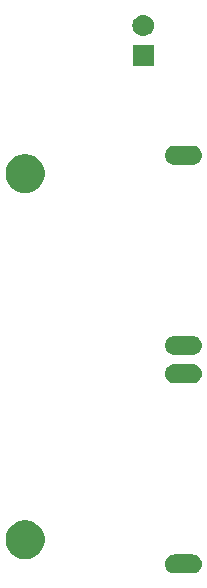
<source format=gbr>
G04 #@! TF.GenerationSoftware,KiCad,Pcbnew,(5.1.0)-1*
G04 #@! TF.CreationDate,2020-04-02T13:59:08+01:00*
G04 #@! TF.ProjectId,Camera Adapter,43616d65-7261-4204-9164-61707465722e,rev?*
G04 #@! TF.SameCoordinates,Original*
G04 #@! TF.FileFunction,Soldermask,Bot*
G04 #@! TF.FilePolarity,Negative*
%FSLAX46Y46*%
G04 Gerber Fmt 4.6, Leading zero omitted, Abs format (unit mm)*
G04 Created by KiCad (PCBNEW (5.1.0)-1) date 2020-04-02 13:59:08*
%MOMM*%
%LPD*%
G04 APERTURE LIST*
%ADD10C,0.100000*%
G04 APERTURE END LIST*
D10*
G36*
X74311808Y-75256648D02*
G01*
X74463551Y-75302678D01*
X74603398Y-75377428D01*
X74725975Y-75478025D01*
X74826572Y-75600602D01*
X74901322Y-75740449D01*
X74947352Y-75892192D01*
X74962895Y-76050000D01*
X74947352Y-76207808D01*
X74901322Y-76359551D01*
X74826572Y-76499398D01*
X74725975Y-76621975D01*
X74603398Y-76722572D01*
X74463551Y-76797322D01*
X74311808Y-76843352D01*
X74193546Y-76855000D01*
X72606454Y-76855000D01*
X72488192Y-76843352D01*
X72336449Y-76797322D01*
X72196602Y-76722572D01*
X72074025Y-76621975D01*
X71973428Y-76499398D01*
X71898678Y-76359551D01*
X71852648Y-76207808D01*
X71837105Y-76050000D01*
X71852648Y-75892192D01*
X71898678Y-75740449D01*
X71973428Y-75600602D01*
X72074025Y-75478025D01*
X72196602Y-75377428D01*
X72336449Y-75302678D01*
X72488192Y-75256648D01*
X72606454Y-75245000D01*
X74193546Y-75245000D01*
X74311808Y-75256648D01*
X74311808Y-75256648D01*
G37*
G36*
X60375256Y-72391298D02*
G01*
X60481579Y-72412447D01*
X60782042Y-72536903D01*
X61052451Y-72717585D01*
X61282415Y-72947549D01*
X61463097Y-73217958D01*
X61587553Y-73518421D01*
X61651000Y-73837391D01*
X61651000Y-74162609D01*
X61587553Y-74481579D01*
X61463097Y-74782042D01*
X61282415Y-75052451D01*
X61052451Y-75282415D01*
X60782042Y-75463097D01*
X60481579Y-75587553D01*
X60415977Y-75600602D01*
X60162611Y-75651000D01*
X59837389Y-75651000D01*
X59584023Y-75600602D01*
X59518421Y-75587553D01*
X59217958Y-75463097D01*
X58947549Y-75282415D01*
X58717585Y-75052451D01*
X58536903Y-74782042D01*
X58412447Y-74481579D01*
X58349000Y-74162609D01*
X58349000Y-73837391D01*
X58412447Y-73518421D01*
X58536903Y-73217958D01*
X58717585Y-72947549D01*
X58947549Y-72717585D01*
X59217958Y-72536903D01*
X59518421Y-72412447D01*
X59624744Y-72391298D01*
X59837389Y-72349000D01*
X60162611Y-72349000D01*
X60375256Y-72391298D01*
X60375256Y-72391298D01*
G37*
G36*
X74311808Y-59156648D02*
G01*
X74463551Y-59202678D01*
X74603398Y-59277428D01*
X74725975Y-59378025D01*
X74826572Y-59500602D01*
X74901322Y-59640449D01*
X74947352Y-59792192D01*
X74962895Y-59950000D01*
X74947352Y-60107808D01*
X74901322Y-60259551D01*
X74826572Y-60399398D01*
X74725975Y-60521975D01*
X74603398Y-60622572D01*
X74463551Y-60697322D01*
X74311808Y-60743352D01*
X74193546Y-60755000D01*
X72606454Y-60755000D01*
X72488192Y-60743352D01*
X72336449Y-60697322D01*
X72196602Y-60622572D01*
X72074025Y-60521975D01*
X71973428Y-60399398D01*
X71898678Y-60259551D01*
X71852648Y-60107808D01*
X71837105Y-59950000D01*
X71852648Y-59792192D01*
X71898678Y-59640449D01*
X71973428Y-59500602D01*
X72074025Y-59378025D01*
X72196602Y-59277428D01*
X72336449Y-59202678D01*
X72488192Y-59156648D01*
X72606454Y-59145000D01*
X74193546Y-59145000D01*
X74311808Y-59156648D01*
X74311808Y-59156648D01*
G37*
G36*
X74311808Y-56756648D02*
G01*
X74463551Y-56802678D01*
X74603398Y-56877428D01*
X74725975Y-56978025D01*
X74826572Y-57100602D01*
X74901322Y-57240449D01*
X74947352Y-57392192D01*
X74962895Y-57550000D01*
X74947352Y-57707808D01*
X74901322Y-57859551D01*
X74826572Y-57999398D01*
X74725975Y-58121975D01*
X74603398Y-58222572D01*
X74463551Y-58297322D01*
X74311808Y-58343352D01*
X74193546Y-58355000D01*
X72606454Y-58355000D01*
X72488192Y-58343352D01*
X72336449Y-58297322D01*
X72196602Y-58222572D01*
X72074025Y-58121975D01*
X71973428Y-57999398D01*
X71898678Y-57859551D01*
X71852648Y-57707808D01*
X71837105Y-57550000D01*
X71852648Y-57392192D01*
X71898678Y-57240449D01*
X71973428Y-57100602D01*
X72074025Y-56978025D01*
X72196602Y-56877428D01*
X72336449Y-56802678D01*
X72488192Y-56756648D01*
X72606454Y-56745000D01*
X74193546Y-56745000D01*
X74311808Y-56756648D01*
X74311808Y-56756648D01*
G37*
G36*
X60375256Y-41391298D02*
G01*
X60481579Y-41412447D01*
X60782042Y-41536903D01*
X61052451Y-41717585D01*
X61282415Y-41947549D01*
X61463097Y-42217958D01*
X61587553Y-42518421D01*
X61651000Y-42837391D01*
X61651000Y-43162609D01*
X61587553Y-43481579D01*
X61463097Y-43782042D01*
X61282415Y-44052451D01*
X61052451Y-44282415D01*
X60782042Y-44463097D01*
X60481579Y-44587553D01*
X60375256Y-44608702D01*
X60162611Y-44651000D01*
X59837389Y-44651000D01*
X59624744Y-44608702D01*
X59518421Y-44587553D01*
X59217958Y-44463097D01*
X58947549Y-44282415D01*
X58717585Y-44052451D01*
X58536903Y-43782042D01*
X58412447Y-43481579D01*
X58349000Y-43162609D01*
X58349000Y-42837391D01*
X58412447Y-42518421D01*
X58536903Y-42217958D01*
X58717585Y-41947549D01*
X58947549Y-41717585D01*
X59217958Y-41536903D01*
X59518421Y-41412447D01*
X59624744Y-41391298D01*
X59837389Y-41349000D01*
X60162611Y-41349000D01*
X60375256Y-41391298D01*
X60375256Y-41391298D01*
G37*
G36*
X74311808Y-40656648D02*
G01*
X74463551Y-40702678D01*
X74603398Y-40777428D01*
X74725975Y-40878025D01*
X74826572Y-41000602D01*
X74901322Y-41140449D01*
X74947352Y-41292192D01*
X74962895Y-41450000D01*
X74947352Y-41607808D01*
X74901322Y-41759551D01*
X74826572Y-41899398D01*
X74725975Y-42021975D01*
X74603398Y-42122572D01*
X74463551Y-42197322D01*
X74311808Y-42243352D01*
X74193546Y-42255000D01*
X72606454Y-42255000D01*
X72488192Y-42243352D01*
X72336449Y-42197322D01*
X72196602Y-42122572D01*
X72074025Y-42021975D01*
X71973428Y-41899398D01*
X71898678Y-41759551D01*
X71852648Y-41607808D01*
X71837105Y-41450000D01*
X71852648Y-41292192D01*
X71898678Y-41140449D01*
X71973428Y-41000602D01*
X72074025Y-40878025D01*
X72196602Y-40777428D01*
X72336449Y-40702678D01*
X72488192Y-40656648D01*
X72606454Y-40645000D01*
X74193546Y-40645000D01*
X74311808Y-40656648D01*
X74311808Y-40656648D01*
G37*
G36*
X70901000Y-33901000D02*
G01*
X69099000Y-33901000D01*
X69099000Y-32099000D01*
X70901000Y-32099000D01*
X70901000Y-33901000D01*
X70901000Y-33901000D01*
G37*
G36*
X70110443Y-29565519D02*
G01*
X70176627Y-29572037D01*
X70346466Y-29623557D01*
X70502991Y-29707222D01*
X70538729Y-29736552D01*
X70640186Y-29819814D01*
X70723448Y-29921271D01*
X70752778Y-29957009D01*
X70836443Y-30113534D01*
X70887963Y-30283373D01*
X70905359Y-30460000D01*
X70887963Y-30636627D01*
X70836443Y-30806466D01*
X70752778Y-30962991D01*
X70723448Y-30998729D01*
X70640186Y-31100186D01*
X70538729Y-31183448D01*
X70502991Y-31212778D01*
X70346466Y-31296443D01*
X70176627Y-31347963D01*
X70110443Y-31354481D01*
X70044260Y-31361000D01*
X69955740Y-31361000D01*
X69889557Y-31354481D01*
X69823373Y-31347963D01*
X69653534Y-31296443D01*
X69497009Y-31212778D01*
X69461271Y-31183448D01*
X69359814Y-31100186D01*
X69276552Y-30998729D01*
X69247222Y-30962991D01*
X69163557Y-30806466D01*
X69112037Y-30636627D01*
X69094641Y-30460000D01*
X69112037Y-30283373D01*
X69163557Y-30113534D01*
X69247222Y-29957009D01*
X69276552Y-29921271D01*
X69359814Y-29819814D01*
X69461271Y-29736552D01*
X69497009Y-29707222D01*
X69653534Y-29623557D01*
X69823373Y-29572037D01*
X69889557Y-29565519D01*
X69955740Y-29559000D01*
X70044260Y-29559000D01*
X70110443Y-29565519D01*
X70110443Y-29565519D01*
G37*
M02*

</source>
